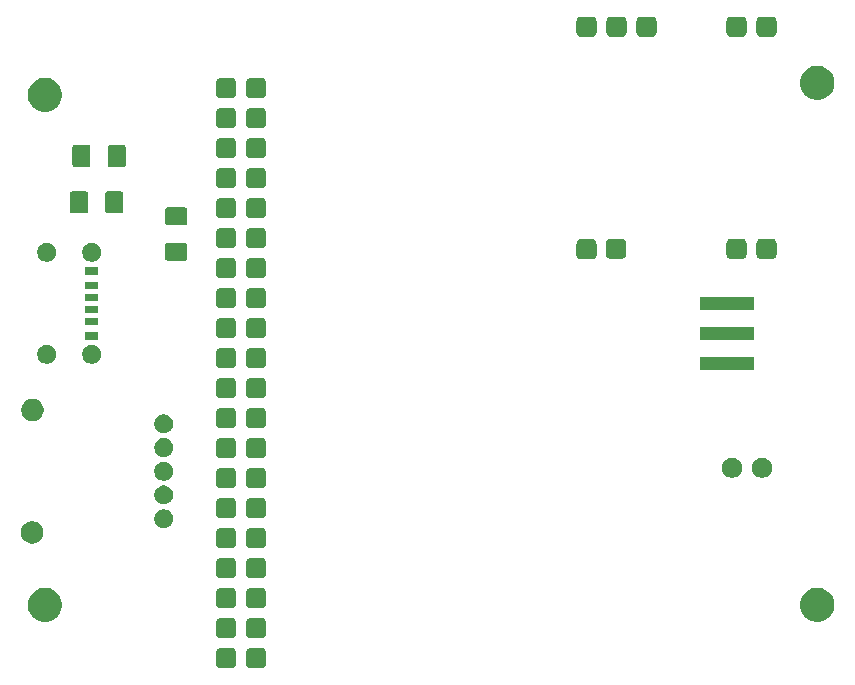
<source format=gbr>
G04 #@! TF.GenerationSoftware,KiCad,Pcbnew,5.0.2+dfsg1-1~bpo9+1*
G04 #@! TF.CreationDate,2020-07-27T21:19:22+01:00*
G04 #@! TF.ProjectId,gbc_outline_screen,6762635f-6f75-4746-9c69-6e655f736372,rev?*
G04 #@! TF.SameCoordinates,Original*
G04 #@! TF.FileFunction,Soldermask,Bot*
G04 #@! TF.FilePolarity,Negative*
%FSLAX46Y46*%
G04 Gerber Fmt 4.6, Leading zero omitted, Abs format (unit mm)*
G04 Created by KiCad (PCBNEW 5.0.2+dfsg1-1~bpo9+1) date Mon 27 Jul 2020 21:19:22 BST*
%MOMM*%
%LPD*%
G01*
G04 APERTURE LIST*
%ADD10C,0.100000*%
G04 APERTURE END LIST*
D10*
G36*
X134721498Y-109804048D02*
X134789484Y-109824671D01*
X134852137Y-109858160D01*
X134907052Y-109903228D01*
X134952120Y-109958143D01*
X134985609Y-110020796D01*
X135006232Y-110088782D01*
X135013800Y-110165620D01*
X135013800Y-111129340D01*
X135006232Y-111206178D01*
X134985609Y-111274164D01*
X134952120Y-111336817D01*
X134907052Y-111391732D01*
X134852137Y-111436800D01*
X134789484Y-111470289D01*
X134721498Y-111490912D01*
X134644660Y-111498480D01*
X133680940Y-111498480D01*
X133604102Y-111490912D01*
X133536116Y-111470289D01*
X133473463Y-111436800D01*
X133418548Y-111391732D01*
X133373480Y-111336817D01*
X133339991Y-111274164D01*
X133319368Y-111206178D01*
X133311800Y-111129340D01*
X133311800Y-110165620D01*
X133319368Y-110088782D01*
X133339991Y-110020796D01*
X133373480Y-109958143D01*
X133418548Y-109903228D01*
X133473463Y-109858160D01*
X133536116Y-109824671D01*
X133604102Y-109804048D01*
X133680940Y-109796480D01*
X134644660Y-109796480D01*
X134721498Y-109804048D01*
X134721498Y-109804048D01*
G37*
G36*
X132181498Y-109804048D02*
X132249484Y-109824671D01*
X132312137Y-109858160D01*
X132367052Y-109903228D01*
X132412120Y-109958143D01*
X132445609Y-110020796D01*
X132466232Y-110088782D01*
X132473800Y-110165620D01*
X132473800Y-111129340D01*
X132466232Y-111206178D01*
X132445609Y-111274164D01*
X132412120Y-111336817D01*
X132367052Y-111391732D01*
X132312137Y-111436800D01*
X132249484Y-111470289D01*
X132181498Y-111490912D01*
X132104660Y-111498480D01*
X131140940Y-111498480D01*
X131064102Y-111490912D01*
X130996116Y-111470289D01*
X130933463Y-111436800D01*
X130878548Y-111391732D01*
X130833480Y-111336817D01*
X130799991Y-111274164D01*
X130779368Y-111206178D01*
X130771800Y-111129340D01*
X130771800Y-110165620D01*
X130779368Y-110088782D01*
X130799991Y-110020796D01*
X130833480Y-109958143D01*
X130878548Y-109903228D01*
X130933463Y-109858160D01*
X130996116Y-109824671D01*
X131064102Y-109804048D01*
X131140940Y-109796480D01*
X132104660Y-109796480D01*
X132181498Y-109804048D01*
X132181498Y-109804048D01*
G37*
G36*
X132181498Y-107264048D02*
X132249484Y-107284671D01*
X132312137Y-107318160D01*
X132367052Y-107363228D01*
X132412120Y-107418143D01*
X132445609Y-107480796D01*
X132466232Y-107548782D01*
X132473800Y-107625620D01*
X132473800Y-108589340D01*
X132466232Y-108666178D01*
X132445609Y-108734164D01*
X132412120Y-108796817D01*
X132367052Y-108851732D01*
X132312137Y-108896800D01*
X132249484Y-108930289D01*
X132181498Y-108950912D01*
X132104660Y-108958480D01*
X131140940Y-108958480D01*
X131064102Y-108950912D01*
X130996116Y-108930289D01*
X130933463Y-108896800D01*
X130878548Y-108851732D01*
X130833480Y-108796817D01*
X130799991Y-108734164D01*
X130779368Y-108666178D01*
X130771800Y-108589340D01*
X130771800Y-107625620D01*
X130779368Y-107548782D01*
X130799991Y-107480796D01*
X130833480Y-107418143D01*
X130878548Y-107363228D01*
X130933463Y-107318160D01*
X130996116Y-107284671D01*
X131064102Y-107264048D01*
X131140940Y-107256480D01*
X132104660Y-107256480D01*
X132181498Y-107264048D01*
X132181498Y-107264048D01*
G37*
G36*
X134721498Y-107264048D02*
X134789484Y-107284671D01*
X134852137Y-107318160D01*
X134907052Y-107363228D01*
X134952120Y-107418143D01*
X134985609Y-107480796D01*
X135006232Y-107548782D01*
X135013800Y-107625620D01*
X135013800Y-108589340D01*
X135006232Y-108666178D01*
X134985609Y-108734164D01*
X134952120Y-108796817D01*
X134907052Y-108851732D01*
X134852137Y-108896800D01*
X134789484Y-108930289D01*
X134721498Y-108950912D01*
X134644660Y-108958480D01*
X133680940Y-108958480D01*
X133604102Y-108950912D01*
X133536116Y-108930289D01*
X133473463Y-108896800D01*
X133418548Y-108851732D01*
X133373480Y-108796817D01*
X133339991Y-108734164D01*
X133319368Y-108666178D01*
X133311800Y-108589340D01*
X133311800Y-107625620D01*
X133319368Y-107548782D01*
X133339991Y-107480796D01*
X133373480Y-107418143D01*
X133418548Y-107363228D01*
X133473463Y-107318160D01*
X133536116Y-107284671D01*
X133604102Y-107264048D01*
X133680940Y-107256480D01*
X134644660Y-107256480D01*
X134721498Y-107264048D01*
X134721498Y-107264048D01*
G37*
G36*
X116709518Y-104756440D02*
X116709520Y-104756441D01*
X116709521Y-104756441D01*
X116973586Y-104865820D01*
X117033098Y-104905585D01*
X117211242Y-105024617D01*
X117413343Y-105226718D01*
X117413345Y-105226721D01*
X117572140Y-105464374D01*
X117680467Y-105725899D01*
X117681520Y-105728442D01*
X117737280Y-106008768D01*
X117737280Y-106294592D01*
X117682025Y-106572381D01*
X117681519Y-106574921D01*
X117572140Y-106838986D01*
X117572139Y-106838987D01*
X117413343Y-107076642D01*
X117211242Y-107278743D01*
X117211239Y-107278745D01*
X116973586Y-107437540D01*
X116709521Y-107546919D01*
X116709520Y-107546919D01*
X116709518Y-107546920D01*
X116429192Y-107602680D01*
X116143368Y-107602680D01*
X115863042Y-107546920D01*
X115863040Y-107546919D01*
X115863039Y-107546919D01*
X115598974Y-107437540D01*
X115361321Y-107278745D01*
X115361318Y-107278743D01*
X115159217Y-107076642D01*
X115000421Y-106838987D01*
X115000420Y-106838986D01*
X114891041Y-106574921D01*
X114890536Y-106572381D01*
X114835280Y-106294592D01*
X114835280Y-106008768D01*
X114891040Y-105728442D01*
X114892093Y-105725899D01*
X115000420Y-105464374D01*
X115159215Y-105226721D01*
X115159217Y-105226718D01*
X115361318Y-105024617D01*
X115539462Y-104905585D01*
X115598974Y-104865820D01*
X115863039Y-104756441D01*
X115863040Y-104756441D01*
X115863042Y-104756440D01*
X116143368Y-104700680D01*
X116429192Y-104700680D01*
X116709518Y-104756440D01*
X116709518Y-104756440D01*
G37*
G36*
X182101818Y-104753900D02*
X182101820Y-104753901D01*
X182101821Y-104753901D01*
X182365886Y-104863280D01*
X182539294Y-104979148D01*
X182603542Y-105022077D01*
X182805643Y-105224178D01*
X182805645Y-105224181D01*
X182964440Y-105461834D01*
X182965492Y-105464374D01*
X183073820Y-105725902D01*
X183129580Y-106006228D01*
X183129580Y-106292052D01*
X183110040Y-106390289D01*
X183073819Y-106572381D01*
X182964440Y-106836446D01*
X182962742Y-106838987D01*
X182805643Y-107074102D01*
X182603542Y-107276203D01*
X182603539Y-107276205D01*
X182365886Y-107435000D01*
X182101821Y-107544379D01*
X182101820Y-107544379D01*
X182101818Y-107544380D01*
X181821492Y-107600140D01*
X181535668Y-107600140D01*
X181255342Y-107544380D01*
X181255340Y-107544379D01*
X181255339Y-107544379D01*
X180991274Y-107435000D01*
X180753621Y-107276205D01*
X180753618Y-107276203D01*
X180551517Y-107074102D01*
X180394418Y-106838987D01*
X180392720Y-106836446D01*
X180283341Y-106572381D01*
X180247121Y-106390289D01*
X180227580Y-106292052D01*
X180227580Y-106006228D01*
X180283340Y-105725902D01*
X180391668Y-105464374D01*
X180392720Y-105461834D01*
X180551515Y-105224181D01*
X180551517Y-105224178D01*
X180753618Y-105022077D01*
X180817866Y-104979148D01*
X180991274Y-104863280D01*
X181255339Y-104753901D01*
X181255340Y-104753901D01*
X181255342Y-104753900D01*
X181535668Y-104698140D01*
X181821492Y-104698140D01*
X182101818Y-104753900D01*
X182101818Y-104753900D01*
G37*
G36*
X134721498Y-104724048D02*
X134789484Y-104744671D01*
X134852137Y-104778160D01*
X134907052Y-104823228D01*
X134952120Y-104878143D01*
X134985609Y-104940796D01*
X135006232Y-105008782D01*
X135013800Y-105085620D01*
X135013800Y-106049340D01*
X135006232Y-106126178D01*
X134985609Y-106194164D01*
X134952120Y-106256817D01*
X134907052Y-106311732D01*
X134852137Y-106356800D01*
X134789484Y-106390289D01*
X134721498Y-106410912D01*
X134644660Y-106418480D01*
X133680940Y-106418480D01*
X133604102Y-106410912D01*
X133536116Y-106390289D01*
X133473463Y-106356800D01*
X133418548Y-106311732D01*
X133373480Y-106256817D01*
X133339991Y-106194164D01*
X133319368Y-106126178D01*
X133311800Y-106049340D01*
X133311800Y-105085620D01*
X133319368Y-105008782D01*
X133339991Y-104940796D01*
X133373480Y-104878143D01*
X133418548Y-104823228D01*
X133473463Y-104778160D01*
X133536116Y-104744671D01*
X133604102Y-104724048D01*
X133680940Y-104716480D01*
X134644660Y-104716480D01*
X134721498Y-104724048D01*
X134721498Y-104724048D01*
G37*
G36*
X132181498Y-104724048D02*
X132249484Y-104744671D01*
X132312137Y-104778160D01*
X132367052Y-104823228D01*
X132412120Y-104878143D01*
X132445609Y-104940796D01*
X132466232Y-105008782D01*
X132473800Y-105085620D01*
X132473800Y-106049340D01*
X132466232Y-106126178D01*
X132445609Y-106194164D01*
X132412120Y-106256817D01*
X132367052Y-106311732D01*
X132312137Y-106356800D01*
X132249484Y-106390289D01*
X132181498Y-106410912D01*
X132104660Y-106418480D01*
X131140940Y-106418480D01*
X131064102Y-106410912D01*
X130996116Y-106390289D01*
X130933463Y-106356800D01*
X130878548Y-106311732D01*
X130833480Y-106256817D01*
X130799991Y-106194164D01*
X130779368Y-106126178D01*
X130771800Y-106049340D01*
X130771800Y-105085620D01*
X130779368Y-105008782D01*
X130799991Y-104940796D01*
X130833480Y-104878143D01*
X130878548Y-104823228D01*
X130933463Y-104778160D01*
X130996116Y-104744671D01*
X131064102Y-104724048D01*
X131140940Y-104716480D01*
X132104660Y-104716480D01*
X132181498Y-104724048D01*
X132181498Y-104724048D01*
G37*
G36*
X132181498Y-102184048D02*
X132249484Y-102204671D01*
X132312137Y-102238160D01*
X132367052Y-102283228D01*
X132412120Y-102338143D01*
X132445609Y-102400796D01*
X132466232Y-102468782D01*
X132473800Y-102545620D01*
X132473800Y-103509340D01*
X132466232Y-103586178D01*
X132445609Y-103654164D01*
X132412120Y-103716817D01*
X132367052Y-103771732D01*
X132312137Y-103816800D01*
X132249484Y-103850289D01*
X132181498Y-103870912D01*
X132104660Y-103878480D01*
X131140940Y-103878480D01*
X131064102Y-103870912D01*
X130996116Y-103850289D01*
X130933463Y-103816800D01*
X130878548Y-103771732D01*
X130833480Y-103716817D01*
X130799991Y-103654164D01*
X130779368Y-103586178D01*
X130771800Y-103509340D01*
X130771800Y-102545620D01*
X130779368Y-102468782D01*
X130799991Y-102400796D01*
X130833480Y-102338143D01*
X130878548Y-102283228D01*
X130933463Y-102238160D01*
X130996116Y-102204671D01*
X131064102Y-102184048D01*
X131140940Y-102176480D01*
X132104660Y-102176480D01*
X132181498Y-102184048D01*
X132181498Y-102184048D01*
G37*
G36*
X134721498Y-102184048D02*
X134789484Y-102204671D01*
X134852137Y-102238160D01*
X134907052Y-102283228D01*
X134952120Y-102338143D01*
X134985609Y-102400796D01*
X135006232Y-102468782D01*
X135013800Y-102545620D01*
X135013800Y-103509340D01*
X135006232Y-103586178D01*
X134985609Y-103654164D01*
X134952120Y-103716817D01*
X134907052Y-103771732D01*
X134852137Y-103816800D01*
X134789484Y-103850289D01*
X134721498Y-103870912D01*
X134644660Y-103878480D01*
X133680940Y-103878480D01*
X133604102Y-103870912D01*
X133536116Y-103850289D01*
X133473463Y-103816800D01*
X133418548Y-103771732D01*
X133373480Y-103716817D01*
X133339991Y-103654164D01*
X133319368Y-103586178D01*
X133311800Y-103509340D01*
X133311800Y-102545620D01*
X133319368Y-102468782D01*
X133339991Y-102400796D01*
X133373480Y-102338143D01*
X133418548Y-102283228D01*
X133473463Y-102238160D01*
X133536116Y-102204671D01*
X133604102Y-102184048D01*
X133680940Y-102176480D01*
X134644660Y-102176480D01*
X134721498Y-102184048D01*
X134721498Y-102184048D01*
G37*
G36*
X134721498Y-99644048D02*
X134789484Y-99664671D01*
X134852137Y-99698160D01*
X134907052Y-99743228D01*
X134952120Y-99798143D01*
X134985609Y-99860796D01*
X135006232Y-99928782D01*
X135013800Y-100005620D01*
X135013800Y-100969340D01*
X135006232Y-101046178D01*
X134985609Y-101114164D01*
X134952120Y-101176817D01*
X134907052Y-101231732D01*
X134852137Y-101276800D01*
X134789484Y-101310289D01*
X134721498Y-101330912D01*
X134644660Y-101338480D01*
X133680940Y-101338480D01*
X133604102Y-101330912D01*
X133536116Y-101310289D01*
X133473463Y-101276800D01*
X133418548Y-101231732D01*
X133373480Y-101176817D01*
X133339991Y-101114164D01*
X133319368Y-101046178D01*
X133311800Y-100969340D01*
X133311800Y-100005620D01*
X133319368Y-99928782D01*
X133339991Y-99860796D01*
X133373480Y-99798143D01*
X133418548Y-99743228D01*
X133473463Y-99698160D01*
X133536116Y-99664671D01*
X133604102Y-99644048D01*
X133680940Y-99636480D01*
X134644660Y-99636480D01*
X134721498Y-99644048D01*
X134721498Y-99644048D01*
G37*
G36*
X132181498Y-99644048D02*
X132249484Y-99664671D01*
X132312137Y-99698160D01*
X132367052Y-99743228D01*
X132412120Y-99798143D01*
X132445609Y-99860796D01*
X132466232Y-99928782D01*
X132473800Y-100005620D01*
X132473800Y-100969340D01*
X132466232Y-101046178D01*
X132445609Y-101114164D01*
X132412120Y-101176817D01*
X132367052Y-101231732D01*
X132312137Y-101276800D01*
X132249484Y-101310289D01*
X132181498Y-101330912D01*
X132104660Y-101338480D01*
X131140940Y-101338480D01*
X131064102Y-101330912D01*
X130996116Y-101310289D01*
X130933463Y-101276800D01*
X130878548Y-101231732D01*
X130833480Y-101176817D01*
X130799991Y-101114164D01*
X130779368Y-101046178D01*
X130771800Y-100969340D01*
X130771800Y-100005620D01*
X130779368Y-99928782D01*
X130799991Y-99860796D01*
X130833480Y-99798143D01*
X130878548Y-99743228D01*
X130933463Y-99698160D01*
X130996116Y-99664671D01*
X131064102Y-99644048D01*
X131140940Y-99636480D01*
X132104660Y-99636480D01*
X132181498Y-99644048D01*
X132181498Y-99644048D01*
G37*
G36*
X115481636Y-99087886D02*
X115654706Y-99159574D01*
X115810470Y-99263652D01*
X115942928Y-99396110D01*
X116047006Y-99551874D01*
X116118694Y-99724944D01*
X116155240Y-99908673D01*
X116155240Y-100096007D01*
X116118694Y-100279736D01*
X116047006Y-100452806D01*
X115942928Y-100608570D01*
X115810470Y-100741028D01*
X115654706Y-100845106D01*
X115481636Y-100916794D01*
X115297907Y-100953340D01*
X115110573Y-100953340D01*
X114926844Y-100916794D01*
X114753774Y-100845106D01*
X114598010Y-100741028D01*
X114465552Y-100608570D01*
X114361474Y-100452806D01*
X114289786Y-100279736D01*
X114253240Y-100096007D01*
X114253240Y-99908673D01*
X114289786Y-99724944D01*
X114361474Y-99551874D01*
X114465552Y-99396110D01*
X114598010Y-99263652D01*
X114753774Y-99159574D01*
X114926844Y-99087886D01*
X115110573Y-99051340D01*
X115297907Y-99051340D01*
X115481636Y-99087886D01*
X115481636Y-99087886D01*
G37*
G36*
X126563083Y-98076421D02*
X126708855Y-98136802D01*
X126840051Y-98224464D01*
X126951616Y-98336029D01*
X127039278Y-98467225D01*
X127099659Y-98612997D01*
X127130440Y-98767747D01*
X127130440Y-98925533D01*
X127099659Y-99080283D01*
X127039278Y-99226055D01*
X126951616Y-99357251D01*
X126840051Y-99468816D01*
X126708855Y-99556478D01*
X126563083Y-99616859D01*
X126408333Y-99647640D01*
X126250547Y-99647640D01*
X126095797Y-99616859D01*
X125950025Y-99556478D01*
X125818829Y-99468816D01*
X125707264Y-99357251D01*
X125619602Y-99226055D01*
X125559221Y-99080283D01*
X125528440Y-98925533D01*
X125528440Y-98767747D01*
X125559221Y-98612997D01*
X125619602Y-98467225D01*
X125707264Y-98336029D01*
X125818829Y-98224464D01*
X125950025Y-98136802D01*
X126095797Y-98076421D01*
X126250547Y-98045640D01*
X126408333Y-98045640D01*
X126563083Y-98076421D01*
X126563083Y-98076421D01*
G37*
G36*
X134721498Y-97104048D02*
X134789484Y-97124671D01*
X134852137Y-97158160D01*
X134907052Y-97203228D01*
X134952120Y-97258143D01*
X134985609Y-97320796D01*
X135006232Y-97388782D01*
X135013800Y-97465620D01*
X135013800Y-98429340D01*
X135006232Y-98506178D01*
X134985609Y-98574164D01*
X134952120Y-98636817D01*
X134907052Y-98691732D01*
X134852137Y-98736800D01*
X134789484Y-98770289D01*
X134721498Y-98790912D01*
X134644660Y-98798480D01*
X133680940Y-98798480D01*
X133604102Y-98790912D01*
X133536116Y-98770289D01*
X133473463Y-98736800D01*
X133418548Y-98691732D01*
X133373480Y-98636817D01*
X133339991Y-98574164D01*
X133319368Y-98506178D01*
X133311800Y-98429340D01*
X133311800Y-97465620D01*
X133319368Y-97388782D01*
X133339991Y-97320796D01*
X133373480Y-97258143D01*
X133418548Y-97203228D01*
X133473463Y-97158160D01*
X133536116Y-97124671D01*
X133604102Y-97104048D01*
X133680940Y-97096480D01*
X134644660Y-97096480D01*
X134721498Y-97104048D01*
X134721498Y-97104048D01*
G37*
G36*
X132181498Y-97104048D02*
X132249484Y-97124671D01*
X132312137Y-97158160D01*
X132367052Y-97203228D01*
X132412120Y-97258143D01*
X132445609Y-97320796D01*
X132466232Y-97388782D01*
X132473800Y-97465620D01*
X132473800Y-98429340D01*
X132466232Y-98506178D01*
X132445609Y-98574164D01*
X132412120Y-98636817D01*
X132367052Y-98691732D01*
X132312137Y-98736800D01*
X132249484Y-98770289D01*
X132181498Y-98790912D01*
X132104660Y-98798480D01*
X131140940Y-98798480D01*
X131064102Y-98790912D01*
X130996116Y-98770289D01*
X130933463Y-98736800D01*
X130878548Y-98691732D01*
X130833480Y-98636817D01*
X130799991Y-98574164D01*
X130779368Y-98506178D01*
X130771800Y-98429340D01*
X130771800Y-97465620D01*
X130779368Y-97388782D01*
X130799991Y-97320796D01*
X130833480Y-97258143D01*
X130878548Y-97203228D01*
X130933463Y-97158160D01*
X130996116Y-97124671D01*
X131064102Y-97104048D01*
X131140940Y-97096480D01*
X132104660Y-97096480D01*
X132181498Y-97104048D01*
X132181498Y-97104048D01*
G37*
G36*
X126563083Y-96069821D02*
X126708855Y-96130202D01*
X126840051Y-96217864D01*
X126951616Y-96329429D01*
X127039278Y-96460625D01*
X127099659Y-96606397D01*
X127130440Y-96761147D01*
X127130440Y-96918933D01*
X127099659Y-97073683D01*
X127039278Y-97219455D01*
X126951616Y-97350651D01*
X126840051Y-97462216D01*
X126708855Y-97549878D01*
X126563083Y-97610259D01*
X126408333Y-97641040D01*
X126250547Y-97641040D01*
X126095797Y-97610259D01*
X125950025Y-97549878D01*
X125818829Y-97462216D01*
X125707264Y-97350651D01*
X125619602Y-97219455D01*
X125559221Y-97073683D01*
X125528440Y-96918933D01*
X125528440Y-96761147D01*
X125559221Y-96606397D01*
X125619602Y-96460625D01*
X125707264Y-96329429D01*
X125818829Y-96217864D01*
X125950025Y-96130202D01*
X126095797Y-96069821D01*
X126250547Y-96039040D01*
X126408333Y-96039040D01*
X126563083Y-96069821D01*
X126563083Y-96069821D01*
G37*
G36*
X132181498Y-94564048D02*
X132249484Y-94584671D01*
X132312137Y-94618160D01*
X132367052Y-94663228D01*
X132412120Y-94718143D01*
X132445609Y-94780796D01*
X132466232Y-94848782D01*
X132473800Y-94925620D01*
X132473800Y-95889340D01*
X132466232Y-95966178D01*
X132445609Y-96034164D01*
X132412120Y-96096817D01*
X132367052Y-96151732D01*
X132312137Y-96196800D01*
X132249484Y-96230289D01*
X132181498Y-96250912D01*
X132104660Y-96258480D01*
X131140940Y-96258480D01*
X131064102Y-96250912D01*
X130996116Y-96230289D01*
X130933463Y-96196800D01*
X130878548Y-96151732D01*
X130833480Y-96096817D01*
X130799991Y-96034164D01*
X130779368Y-95966178D01*
X130771800Y-95889340D01*
X130771800Y-94925620D01*
X130779368Y-94848782D01*
X130799991Y-94780796D01*
X130833480Y-94718143D01*
X130878548Y-94663228D01*
X130933463Y-94618160D01*
X130996116Y-94584671D01*
X131064102Y-94564048D01*
X131140940Y-94556480D01*
X132104660Y-94556480D01*
X132181498Y-94564048D01*
X132181498Y-94564048D01*
G37*
G36*
X134721498Y-94564048D02*
X134789484Y-94584671D01*
X134852137Y-94618160D01*
X134907052Y-94663228D01*
X134952120Y-94718143D01*
X134985609Y-94780796D01*
X135006232Y-94848782D01*
X135013800Y-94925620D01*
X135013800Y-95889340D01*
X135006232Y-95966178D01*
X134985609Y-96034164D01*
X134952120Y-96096817D01*
X134907052Y-96151732D01*
X134852137Y-96196800D01*
X134789484Y-96230289D01*
X134721498Y-96250912D01*
X134644660Y-96258480D01*
X133680940Y-96258480D01*
X133604102Y-96250912D01*
X133536116Y-96230289D01*
X133473463Y-96196800D01*
X133418548Y-96151732D01*
X133373480Y-96096817D01*
X133339991Y-96034164D01*
X133319368Y-95966178D01*
X133311800Y-95889340D01*
X133311800Y-94925620D01*
X133319368Y-94848782D01*
X133339991Y-94780796D01*
X133373480Y-94718143D01*
X133418548Y-94663228D01*
X133473463Y-94618160D01*
X133536116Y-94584671D01*
X133604102Y-94564048D01*
X133680940Y-94556480D01*
X134644660Y-94556480D01*
X134721498Y-94564048D01*
X134721498Y-94564048D01*
G37*
G36*
X126563083Y-94063221D02*
X126708855Y-94123602D01*
X126840051Y-94211264D01*
X126951616Y-94322829D01*
X127039278Y-94454025D01*
X127099659Y-94599797D01*
X127130440Y-94754547D01*
X127130440Y-94912333D01*
X127099659Y-95067083D01*
X127039278Y-95212855D01*
X126951616Y-95344051D01*
X126840051Y-95455616D01*
X126708855Y-95543278D01*
X126563083Y-95603659D01*
X126408333Y-95634440D01*
X126250547Y-95634440D01*
X126095797Y-95603659D01*
X125950025Y-95543278D01*
X125818829Y-95455616D01*
X125707264Y-95344051D01*
X125619602Y-95212855D01*
X125559221Y-95067083D01*
X125528440Y-94912333D01*
X125528440Y-94754547D01*
X125559221Y-94599797D01*
X125619602Y-94454025D01*
X125707264Y-94322829D01*
X125818829Y-94211264D01*
X125950025Y-94123602D01*
X126095797Y-94063221D01*
X126250547Y-94032440D01*
X126408333Y-94032440D01*
X126563083Y-94063221D01*
X126563083Y-94063221D01*
G37*
G36*
X177245588Y-93720503D02*
X177400460Y-93784653D01*
X177539841Y-93877785D01*
X177658375Y-93996319D01*
X177751507Y-94135700D01*
X177815657Y-94290572D01*
X177848360Y-94454984D01*
X177848360Y-94622616D01*
X177815657Y-94787028D01*
X177751507Y-94941900D01*
X177658375Y-95081281D01*
X177539841Y-95199815D01*
X177400460Y-95292947D01*
X177245588Y-95357097D01*
X177081176Y-95389800D01*
X176913544Y-95389800D01*
X176749132Y-95357097D01*
X176594260Y-95292947D01*
X176454879Y-95199815D01*
X176336345Y-95081281D01*
X176243213Y-94941900D01*
X176179063Y-94787028D01*
X176146360Y-94622616D01*
X176146360Y-94454984D01*
X176179063Y-94290572D01*
X176243213Y-94135700D01*
X176336345Y-93996319D01*
X176454879Y-93877785D01*
X176594260Y-93784653D01*
X176749132Y-93720503D01*
X176913544Y-93687800D01*
X177081176Y-93687800D01*
X177245588Y-93720503D01*
X177245588Y-93720503D01*
G37*
G36*
X174705588Y-93720503D02*
X174860460Y-93784653D01*
X174999841Y-93877785D01*
X175118375Y-93996319D01*
X175211507Y-94135700D01*
X175275657Y-94290572D01*
X175308360Y-94454984D01*
X175308360Y-94622616D01*
X175275657Y-94787028D01*
X175211507Y-94941900D01*
X175118375Y-95081281D01*
X174999841Y-95199815D01*
X174860460Y-95292947D01*
X174705588Y-95357097D01*
X174541176Y-95389800D01*
X174373544Y-95389800D01*
X174209132Y-95357097D01*
X174054260Y-95292947D01*
X173914879Y-95199815D01*
X173796345Y-95081281D01*
X173703213Y-94941900D01*
X173639063Y-94787028D01*
X173606360Y-94622616D01*
X173606360Y-94454984D01*
X173639063Y-94290572D01*
X173703213Y-94135700D01*
X173796345Y-93996319D01*
X173914879Y-93877785D01*
X174054260Y-93784653D01*
X174209132Y-93720503D01*
X174373544Y-93687800D01*
X174541176Y-93687800D01*
X174705588Y-93720503D01*
X174705588Y-93720503D01*
G37*
G36*
X132181498Y-92024048D02*
X132249484Y-92044671D01*
X132312137Y-92078160D01*
X132367052Y-92123228D01*
X132412120Y-92178143D01*
X132445609Y-92240796D01*
X132466232Y-92308782D01*
X132473800Y-92385620D01*
X132473800Y-93349340D01*
X132466232Y-93426178D01*
X132445609Y-93494164D01*
X132412120Y-93556817D01*
X132367052Y-93611732D01*
X132312137Y-93656800D01*
X132249484Y-93690289D01*
X132181498Y-93710912D01*
X132104660Y-93718480D01*
X131140940Y-93718480D01*
X131064102Y-93710912D01*
X130996116Y-93690289D01*
X130933463Y-93656800D01*
X130878548Y-93611732D01*
X130833480Y-93556817D01*
X130799991Y-93494164D01*
X130779368Y-93426178D01*
X130771800Y-93349340D01*
X130771800Y-92385620D01*
X130779368Y-92308782D01*
X130799991Y-92240796D01*
X130833480Y-92178143D01*
X130878548Y-92123228D01*
X130933463Y-92078160D01*
X130996116Y-92044671D01*
X131064102Y-92024048D01*
X131140940Y-92016480D01*
X132104660Y-92016480D01*
X132181498Y-92024048D01*
X132181498Y-92024048D01*
G37*
G36*
X134721498Y-92024048D02*
X134789484Y-92044671D01*
X134852137Y-92078160D01*
X134907052Y-92123228D01*
X134952120Y-92178143D01*
X134985609Y-92240796D01*
X135006232Y-92308782D01*
X135013800Y-92385620D01*
X135013800Y-93349340D01*
X135006232Y-93426178D01*
X134985609Y-93494164D01*
X134952120Y-93556817D01*
X134907052Y-93611732D01*
X134852137Y-93656800D01*
X134789484Y-93690289D01*
X134721498Y-93710912D01*
X134644660Y-93718480D01*
X133680940Y-93718480D01*
X133604102Y-93710912D01*
X133536116Y-93690289D01*
X133473463Y-93656800D01*
X133418548Y-93611732D01*
X133373480Y-93556817D01*
X133339991Y-93494164D01*
X133319368Y-93426178D01*
X133311800Y-93349340D01*
X133311800Y-92385620D01*
X133319368Y-92308782D01*
X133339991Y-92240796D01*
X133373480Y-92178143D01*
X133418548Y-92123228D01*
X133473463Y-92078160D01*
X133536116Y-92044671D01*
X133604102Y-92024048D01*
X133680940Y-92016480D01*
X134644660Y-92016480D01*
X134721498Y-92024048D01*
X134721498Y-92024048D01*
G37*
G36*
X126563083Y-92056621D02*
X126708855Y-92117002D01*
X126840051Y-92204664D01*
X126951616Y-92316229D01*
X127039278Y-92447425D01*
X127099659Y-92593197D01*
X127130440Y-92747947D01*
X127130440Y-92905733D01*
X127099659Y-93060483D01*
X127039278Y-93206255D01*
X126951616Y-93337451D01*
X126840051Y-93449016D01*
X126708855Y-93536678D01*
X126563083Y-93597059D01*
X126408333Y-93627840D01*
X126250547Y-93627840D01*
X126095797Y-93597059D01*
X125950025Y-93536678D01*
X125818829Y-93449016D01*
X125707264Y-93337451D01*
X125619602Y-93206255D01*
X125559221Y-93060483D01*
X125528440Y-92905733D01*
X125528440Y-92747947D01*
X125559221Y-92593197D01*
X125619602Y-92447425D01*
X125707264Y-92316229D01*
X125818829Y-92204664D01*
X125950025Y-92117002D01*
X126095797Y-92056621D01*
X126250547Y-92025840D01*
X126408333Y-92025840D01*
X126563083Y-92056621D01*
X126563083Y-92056621D01*
G37*
G36*
X126563083Y-90050021D02*
X126708855Y-90110402D01*
X126840051Y-90198064D01*
X126951616Y-90309629D01*
X127039278Y-90440825D01*
X127099659Y-90586597D01*
X127130440Y-90741347D01*
X127130440Y-90899133D01*
X127099659Y-91053883D01*
X127039278Y-91199655D01*
X126951616Y-91330851D01*
X126840051Y-91442416D01*
X126708855Y-91530078D01*
X126563083Y-91590459D01*
X126408333Y-91621240D01*
X126250547Y-91621240D01*
X126095797Y-91590459D01*
X125950025Y-91530078D01*
X125818829Y-91442416D01*
X125707264Y-91330851D01*
X125619602Y-91199655D01*
X125559221Y-91053883D01*
X125528440Y-90899133D01*
X125528440Y-90741347D01*
X125559221Y-90586597D01*
X125619602Y-90440825D01*
X125707264Y-90309629D01*
X125818829Y-90198064D01*
X125950025Y-90110402D01*
X126095797Y-90050021D01*
X126250547Y-90019240D01*
X126408333Y-90019240D01*
X126563083Y-90050021D01*
X126563083Y-90050021D01*
G37*
G36*
X134721498Y-89484048D02*
X134789484Y-89504671D01*
X134852137Y-89538160D01*
X134907052Y-89583228D01*
X134952120Y-89638143D01*
X134985609Y-89700796D01*
X135006232Y-89768782D01*
X135013800Y-89845620D01*
X135013800Y-90809340D01*
X135006232Y-90886178D01*
X134985609Y-90954164D01*
X134952120Y-91016817D01*
X134907052Y-91071732D01*
X134852137Y-91116800D01*
X134789484Y-91150289D01*
X134721498Y-91170912D01*
X134644660Y-91178480D01*
X133680940Y-91178480D01*
X133604102Y-91170912D01*
X133536116Y-91150289D01*
X133473463Y-91116800D01*
X133418548Y-91071732D01*
X133373480Y-91016817D01*
X133339991Y-90954164D01*
X133319368Y-90886178D01*
X133311800Y-90809340D01*
X133311800Y-89845620D01*
X133319368Y-89768782D01*
X133339991Y-89700796D01*
X133373480Y-89638143D01*
X133418548Y-89583228D01*
X133473463Y-89538160D01*
X133536116Y-89504671D01*
X133604102Y-89484048D01*
X133680940Y-89476480D01*
X134644660Y-89476480D01*
X134721498Y-89484048D01*
X134721498Y-89484048D01*
G37*
G36*
X132181498Y-89484048D02*
X132249484Y-89504671D01*
X132312137Y-89538160D01*
X132367052Y-89583228D01*
X132412120Y-89638143D01*
X132445609Y-89700796D01*
X132466232Y-89768782D01*
X132473800Y-89845620D01*
X132473800Y-90809340D01*
X132466232Y-90886178D01*
X132445609Y-90954164D01*
X132412120Y-91016817D01*
X132367052Y-91071732D01*
X132312137Y-91116800D01*
X132249484Y-91150289D01*
X132181498Y-91170912D01*
X132104660Y-91178480D01*
X131140940Y-91178480D01*
X131064102Y-91170912D01*
X130996116Y-91150289D01*
X130933463Y-91116800D01*
X130878548Y-91071732D01*
X130833480Y-91016817D01*
X130799991Y-90954164D01*
X130779368Y-90886178D01*
X130771800Y-90809340D01*
X130771800Y-89845620D01*
X130779368Y-89768782D01*
X130799991Y-89700796D01*
X130833480Y-89638143D01*
X130878548Y-89583228D01*
X130933463Y-89538160D01*
X130996116Y-89504671D01*
X131064102Y-89484048D01*
X131140940Y-89476480D01*
X132104660Y-89476480D01*
X132181498Y-89484048D01*
X132181498Y-89484048D01*
G37*
G36*
X115494336Y-88750086D02*
X115667406Y-88821774D01*
X115823170Y-88925852D01*
X115955628Y-89058310D01*
X116059706Y-89214074D01*
X116131394Y-89387144D01*
X116167940Y-89570873D01*
X116167940Y-89758207D01*
X116131394Y-89941936D01*
X116059706Y-90115006D01*
X115955628Y-90270770D01*
X115823170Y-90403228D01*
X115667406Y-90507306D01*
X115494336Y-90578994D01*
X115310607Y-90615540D01*
X115123273Y-90615540D01*
X114939544Y-90578994D01*
X114766474Y-90507306D01*
X114610710Y-90403228D01*
X114478252Y-90270770D01*
X114374174Y-90115006D01*
X114302486Y-89941936D01*
X114265940Y-89758207D01*
X114265940Y-89570873D01*
X114302486Y-89387144D01*
X114374174Y-89214074D01*
X114478252Y-89058310D01*
X114610710Y-88925852D01*
X114766474Y-88821774D01*
X114939544Y-88750086D01*
X115123273Y-88713540D01*
X115310607Y-88713540D01*
X115494336Y-88750086D01*
X115494336Y-88750086D01*
G37*
G36*
X134721498Y-86944048D02*
X134789484Y-86964671D01*
X134852137Y-86998160D01*
X134907052Y-87043228D01*
X134952120Y-87098143D01*
X134985609Y-87160796D01*
X135006232Y-87228782D01*
X135013800Y-87305620D01*
X135013800Y-88269340D01*
X135006232Y-88346178D01*
X134985609Y-88414164D01*
X134952120Y-88476817D01*
X134907052Y-88531732D01*
X134852137Y-88576800D01*
X134789484Y-88610289D01*
X134721498Y-88630912D01*
X134644660Y-88638480D01*
X133680940Y-88638480D01*
X133604102Y-88630912D01*
X133536116Y-88610289D01*
X133473463Y-88576800D01*
X133418548Y-88531732D01*
X133373480Y-88476817D01*
X133339991Y-88414164D01*
X133319368Y-88346178D01*
X133311800Y-88269340D01*
X133311800Y-87305620D01*
X133319368Y-87228782D01*
X133339991Y-87160796D01*
X133373480Y-87098143D01*
X133418548Y-87043228D01*
X133473463Y-86998160D01*
X133536116Y-86964671D01*
X133604102Y-86944048D01*
X133680940Y-86936480D01*
X134644660Y-86936480D01*
X134721498Y-86944048D01*
X134721498Y-86944048D01*
G37*
G36*
X132181498Y-86944048D02*
X132249484Y-86964671D01*
X132312137Y-86998160D01*
X132367052Y-87043228D01*
X132412120Y-87098143D01*
X132445609Y-87160796D01*
X132466232Y-87228782D01*
X132473800Y-87305620D01*
X132473800Y-88269340D01*
X132466232Y-88346178D01*
X132445609Y-88414164D01*
X132412120Y-88476817D01*
X132367052Y-88531732D01*
X132312137Y-88576800D01*
X132249484Y-88610289D01*
X132181498Y-88630912D01*
X132104660Y-88638480D01*
X131140940Y-88638480D01*
X131064102Y-88630912D01*
X130996116Y-88610289D01*
X130933463Y-88576800D01*
X130878548Y-88531732D01*
X130833480Y-88476817D01*
X130799991Y-88414164D01*
X130779368Y-88346178D01*
X130771800Y-88269340D01*
X130771800Y-87305620D01*
X130779368Y-87228782D01*
X130799991Y-87160796D01*
X130833480Y-87098143D01*
X130878548Y-87043228D01*
X130933463Y-86998160D01*
X130996116Y-86964671D01*
X131064102Y-86944048D01*
X131140940Y-86936480D01*
X132104660Y-86936480D01*
X132181498Y-86944048D01*
X132181498Y-86944048D01*
G37*
G36*
X176341800Y-86230280D02*
X171739800Y-86230280D01*
X171739800Y-85128280D01*
X176341800Y-85128280D01*
X176341800Y-86230280D01*
X176341800Y-86230280D01*
G37*
G36*
X134721498Y-84404048D02*
X134789484Y-84424671D01*
X134852137Y-84458160D01*
X134907052Y-84503228D01*
X134952120Y-84558143D01*
X134985609Y-84620796D01*
X135006232Y-84688782D01*
X135013800Y-84765620D01*
X135013800Y-85729340D01*
X135006232Y-85806178D01*
X134985609Y-85874164D01*
X134952120Y-85936817D01*
X134907052Y-85991732D01*
X134852137Y-86036800D01*
X134789484Y-86070289D01*
X134721498Y-86090912D01*
X134644660Y-86098480D01*
X133680940Y-86098480D01*
X133604102Y-86090912D01*
X133536116Y-86070289D01*
X133473463Y-86036800D01*
X133418548Y-85991732D01*
X133373480Y-85936817D01*
X133339991Y-85874164D01*
X133319368Y-85806178D01*
X133311800Y-85729340D01*
X133311800Y-84765620D01*
X133319368Y-84688782D01*
X133339991Y-84620796D01*
X133373480Y-84558143D01*
X133418548Y-84503228D01*
X133473463Y-84458160D01*
X133536116Y-84424671D01*
X133604102Y-84404048D01*
X133680940Y-84396480D01*
X134644660Y-84396480D01*
X134721498Y-84404048D01*
X134721498Y-84404048D01*
G37*
G36*
X132181498Y-84404048D02*
X132249484Y-84424671D01*
X132312137Y-84458160D01*
X132367052Y-84503228D01*
X132412120Y-84558143D01*
X132445609Y-84620796D01*
X132466232Y-84688782D01*
X132473800Y-84765620D01*
X132473800Y-85729340D01*
X132466232Y-85806178D01*
X132445609Y-85874164D01*
X132412120Y-85936817D01*
X132367052Y-85991732D01*
X132312137Y-86036800D01*
X132249484Y-86070289D01*
X132181498Y-86090912D01*
X132104660Y-86098480D01*
X131140940Y-86098480D01*
X131064102Y-86090912D01*
X130996116Y-86070289D01*
X130933463Y-86036800D01*
X130878548Y-85991732D01*
X130833480Y-85936817D01*
X130799991Y-85874164D01*
X130779368Y-85806178D01*
X130771800Y-85729340D01*
X130771800Y-84765620D01*
X130779368Y-84688782D01*
X130799991Y-84620796D01*
X130833480Y-84558143D01*
X130878548Y-84503228D01*
X130933463Y-84458160D01*
X130996116Y-84424671D01*
X131064102Y-84404048D01*
X131140940Y-84396480D01*
X132104660Y-84396480D01*
X132181498Y-84404048D01*
X132181498Y-84404048D01*
G37*
G36*
X116669783Y-84157221D02*
X116815555Y-84217602D01*
X116946751Y-84305264D01*
X117058316Y-84416829D01*
X117145978Y-84548025D01*
X117206359Y-84693797D01*
X117237140Y-84848547D01*
X117237140Y-85006333D01*
X117206359Y-85161083D01*
X117145978Y-85306855D01*
X117058316Y-85438051D01*
X116946751Y-85549616D01*
X116815555Y-85637278D01*
X116669783Y-85697659D01*
X116515033Y-85728440D01*
X116357247Y-85728440D01*
X116202497Y-85697659D01*
X116056725Y-85637278D01*
X115925529Y-85549616D01*
X115813964Y-85438051D01*
X115726302Y-85306855D01*
X115665921Y-85161083D01*
X115635140Y-85006333D01*
X115635140Y-84848547D01*
X115665921Y-84693797D01*
X115726302Y-84548025D01*
X115813964Y-84416829D01*
X115925529Y-84305264D01*
X116056725Y-84217602D01*
X116202497Y-84157221D01*
X116357247Y-84126440D01*
X116515033Y-84126440D01*
X116669783Y-84157221D01*
X116669783Y-84157221D01*
G37*
G36*
X120467083Y-84157221D02*
X120612855Y-84217602D01*
X120744051Y-84305264D01*
X120855616Y-84416829D01*
X120943278Y-84548025D01*
X121003659Y-84693797D01*
X121034440Y-84848547D01*
X121034440Y-85006333D01*
X121003659Y-85161083D01*
X120943278Y-85306855D01*
X120855616Y-85438051D01*
X120744051Y-85549616D01*
X120612855Y-85637278D01*
X120467083Y-85697659D01*
X120312333Y-85728440D01*
X120154547Y-85728440D01*
X119999797Y-85697659D01*
X119854025Y-85637278D01*
X119722829Y-85549616D01*
X119611264Y-85438051D01*
X119523602Y-85306855D01*
X119463221Y-85161083D01*
X119432440Y-85006333D01*
X119432440Y-84848547D01*
X119463221Y-84693797D01*
X119523602Y-84548025D01*
X119611264Y-84416829D01*
X119722829Y-84305264D01*
X119854025Y-84217602D01*
X119999797Y-84157221D01*
X120154547Y-84126440D01*
X120312333Y-84126440D01*
X120467083Y-84157221D01*
X120467083Y-84157221D01*
G37*
G36*
X120784440Y-83716340D02*
X119682440Y-83716340D01*
X119682440Y-83014340D01*
X120784440Y-83014340D01*
X120784440Y-83716340D01*
X120784440Y-83716340D01*
G37*
G36*
X176341800Y-83690280D02*
X171739800Y-83690280D01*
X171739800Y-82588280D01*
X176341800Y-82588280D01*
X176341800Y-83690280D01*
X176341800Y-83690280D01*
G37*
G36*
X132181498Y-81864048D02*
X132249484Y-81884671D01*
X132312137Y-81918160D01*
X132367052Y-81963228D01*
X132412120Y-82018143D01*
X132445609Y-82080796D01*
X132466232Y-82148782D01*
X132473800Y-82225620D01*
X132473800Y-83189340D01*
X132466232Y-83266178D01*
X132445609Y-83334164D01*
X132412120Y-83396817D01*
X132367052Y-83451732D01*
X132312137Y-83496800D01*
X132249484Y-83530289D01*
X132181498Y-83550912D01*
X132104660Y-83558480D01*
X131140940Y-83558480D01*
X131064102Y-83550912D01*
X130996116Y-83530289D01*
X130933463Y-83496800D01*
X130878548Y-83451732D01*
X130833480Y-83396817D01*
X130799991Y-83334164D01*
X130779368Y-83266178D01*
X130771800Y-83189340D01*
X130771800Y-82225620D01*
X130779368Y-82148782D01*
X130799991Y-82080796D01*
X130833480Y-82018143D01*
X130878548Y-81963228D01*
X130933463Y-81918160D01*
X130996116Y-81884671D01*
X131064102Y-81864048D01*
X131140940Y-81856480D01*
X132104660Y-81856480D01*
X132181498Y-81864048D01*
X132181498Y-81864048D01*
G37*
G36*
X134721498Y-81864048D02*
X134789484Y-81884671D01*
X134852137Y-81918160D01*
X134907052Y-81963228D01*
X134952120Y-82018143D01*
X134985609Y-82080796D01*
X135006232Y-82148782D01*
X135013800Y-82225620D01*
X135013800Y-83189340D01*
X135006232Y-83266178D01*
X134985609Y-83334164D01*
X134952120Y-83396817D01*
X134907052Y-83451732D01*
X134852137Y-83496800D01*
X134789484Y-83530289D01*
X134721498Y-83550912D01*
X134644660Y-83558480D01*
X133680940Y-83558480D01*
X133604102Y-83550912D01*
X133536116Y-83530289D01*
X133473463Y-83496800D01*
X133418548Y-83451732D01*
X133373480Y-83396817D01*
X133339991Y-83334164D01*
X133319368Y-83266178D01*
X133311800Y-83189340D01*
X133311800Y-82225620D01*
X133319368Y-82148782D01*
X133339991Y-82080796D01*
X133373480Y-82018143D01*
X133418548Y-81963228D01*
X133473463Y-81918160D01*
X133536116Y-81884671D01*
X133604102Y-81864048D01*
X133680940Y-81856480D01*
X134644660Y-81856480D01*
X134721498Y-81864048D01*
X134721498Y-81864048D01*
G37*
G36*
X120784440Y-82444440D02*
X119682440Y-82444440D01*
X119682440Y-81822440D01*
X120784440Y-81822440D01*
X120784440Y-82444440D01*
X120784440Y-82444440D01*
G37*
G36*
X120784440Y-81428440D02*
X119682440Y-81428440D01*
X119682440Y-80806440D01*
X120784440Y-80806440D01*
X120784440Y-81428440D01*
X120784440Y-81428440D01*
G37*
G36*
X176341800Y-81150280D02*
X171739800Y-81150280D01*
X171739800Y-80048280D01*
X176341800Y-80048280D01*
X176341800Y-81150280D01*
X176341800Y-81150280D01*
G37*
G36*
X132181498Y-79324048D02*
X132249484Y-79344671D01*
X132312137Y-79378160D01*
X132367052Y-79423228D01*
X132412120Y-79478143D01*
X132445609Y-79540796D01*
X132466232Y-79608782D01*
X132473800Y-79685620D01*
X132473800Y-80649340D01*
X132466232Y-80726178D01*
X132445609Y-80794164D01*
X132412120Y-80856817D01*
X132367052Y-80911732D01*
X132312137Y-80956800D01*
X132249484Y-80990289D01*
X132181498Y-81010912D01*
X132104660Y-81018480D01*
X131140940Y-81018480D01*
X131064102Y-81010912D01*
X130996116Y-80990289D01*
X130933463Y-80956800D01*
X130878548Y-80911732D01*
X130833480Y-80856817D01*
X130799991Y-80794164D01*
X130779368Y-80726178D01*
X130771800Y-80649340D01*
X130771800Y-79685620D01*
X130779368Y-79608782D01*
X130799991Y-79540796D01*
X130833480Y-79478143D01*
X130878548Y-79423228D01*
X130933463Y-79378160D01*
X130996116Y-79344671D01*
X131064102Y-79324048D01*
X131140940Y-79316480D01*
X132104660Y-79316480D01*
X132181498Y-79324048D01*
X132181498Y-79324048D01*
G37*
G36*
X134721498Y-79324048D02*
X134789484Y-79344671D01*
X134852137Y-79378160D01*
X134907052Y-79423228D01*
X134952120Y-79478143D01*
X134985609Y-79540796D01*
X135006232Y-79608782D01*
X135013800Y-79685620D01*
X135013800Y-80649340D01*
X135006232Y-80726178D01*
X134985609Y-80794164D01*
X134952120Y-80856817D01*
X134907052Y-80911732D01*
X134852137Y-80956800D01*
X134789484Y-80990289D01*
X134721498Y-81010912D01*
X134644660Y-81018480D01*
X133680940Y-81018480D01*
X133604102Y-81010912D01*
X133536116Y-80990289D01*
X133473463Y-80956800D01*
X133418548Y-80911732D01*
X133373480Y-80856817D01*
X133339991Y-80794164D01*
X133319368Y-80726178D01*
X133311800Y-80649340D01*
X133311800Y-79685620D01*
X133319368Y-79608782D01*
X133339991Y-79540796D01*
X133373480Y-79478143D01*
X133418548Y-79423228D01*
X133473463Y-79378160D01*
X133536116Y-79344671D01*
X133604102Y-79324048D01*
X133680940Y-79316480D01*
X134644660Y-79316480D01*
X134721498Y-79324048D01*
X134721498Y-79324048D01*
G37*
G36*
X120784440Y-80412440D02*
X119682440Y-80412440D01*
X119682440Y-79790440D01*
X120784440Y-79790440D01*
X120784440Y-80412440D01*
X120784440Y-80412440D01*
G37*
G36*
X120784440Y-79396440D02*
X119682440Y-79396440D01*
X119682440Y-78774440D01*
X120784440Y-78774440D01*
X120784440Y-79396440D01*
X120784440Y-79396440D01*
G37*
G36*
X134721498Y-76784048D02*
X134789484Y-76804671D01*
X134852137Y-76838160D01*
X134907052Y-76883228D01*
X134952120Y-76938143D01*
X134985609Y-77000796D01*
X135006232Y-77068782D01*
X135013800Y-77145620D01*
X135013800Y-78109340D01*
X135006232Y-78186178D01*
X134985609Y-78254164D01*
X134952120Y-78316817D01*
X134907052Y-78371732D01*
X134852137Y-78416800D01*
X134789484Y-78450289D01*
X134721498Y-78470912D01*
X134644660Y-78478480D01*
X133680940Y-78478480D01*
X133604102Y-78470912D01*
X133536116Y-78450289D01*
X133473463Y-78416800D01*
X133418548Y-78371732D01*
X133373480Y-78316817D01*
X133339991Y-78254164D01*
X133319368Y-78186178D01*
X133311800Y-78109340D01*
X133311800Y-77145620D01*
X133319368Y-77068782D01*
X133339991Y-77000796D01*
X133373480Y-76938143D01*
X133418548Y-76883228D01*
X133473463Y-76838160D01*
X133536116Y-76804671D01*
X133604102Y-76784048D01*
X133680940Y-76776480D01*
X134644660Y-76776480D01*
X134721498Y-76784048D01*
X134721498Y-76784048D01*
G37*
G36*
X132181498Y-76784048D02*
X132249484Y-76804671D01*
X132312137Y-76838160D01*
X132367052Y-76883228D01*
X132412120Y-76938143D01*
X132445609Y-77000796D01*
X132466232Y-77068782D01*
X132473800Y-77145620D01*
X132473800Y-78109340D01*
X132466232Y-78186178D01*
X132445609Y-78254164D01*
X132412120Y-78316817D01*
X132367052Y-78371732D01*
X132312137Y-78416800D01*
X132249484Y-78450289D01*
X132181498Y-78470912D01*
X132104660Y-78478480D01*
X131140940Y-78478480D01*
X131064102Y-78470912D01*
X130996116Y-78450289D01*
X130933463Y-78416800D01*
X130878548Y-78371732D01*
X130833480Y-78316817D01*
X130799991Y-78254164D01*
X130779368Y-78186178D01*
X130771800Y-78109340D01*
X130771800Y-77145620D01*
X130779368Y-77068782D01*
X130799991Y-77000796D01*
X130833480Y-76938143D01*
X130878548Y-76883228D01*
X130933463Y-76838160D01*
X130996116Y-76804671D01*
X131064102Y-76784048D01*
X131140940Y-76776480D01*
X132104660Y-76776480D01*
X132181498Y-76784048D01*
X132181498Y-76784048D01*
G37*
G36*
X120784440Y-78204540D02*
X119682440Y-78204540D01*
X119682440Y-77502540D01*
X120784440Y-77502540D01*
X120784440Y-78204540D01*
X120784440Y-78204540D01*
G37*
G36*
X120467083Y-75521221D02*
X120612855Y-75581602D01*
X120744051Y-75669264D01*
X120855616Y-75780829D01*
X120943278Y-75912025D01*
X121003659Y-76057797D01*
X121034440Y-76212547D01*
X121034440Y-76370333D01*
X121003659Y-76525083D01*
X120943278Y-76670855D01*
X120855616Y-76802051D01*
X120744051Y-76913616D01*
X120612855Y-77001278D01*
X120467083Y-77061659D01*
X120312333Y-77092440D01*
X120154547Y-77092440D01*
X119999797Y-77061659D01*
X119854025Y-77001278D01*
X119722829Y-76913616D01*
X119611264Y-76802051D01*
X119523602Y-76670855D01*
X119463221Y-76525083D01*
X119432440Y-76370333D01*
X119432440Y-76212547D01*
X119463221Y-76057797D01*
X119523602Y-75912025D01*
X119611264Y-75780829D01*
X119722829Y-75669264D01*
X119854025Y-75581602D01*
X119999797Y-75521221D01*
X120154547Y-75490440D01*
X120312333Y-75490440D01*
X120467083Y-75521221D01*
X120467083Y-75521221D01*
G37*
G36*
X116669783Y-75521221D02*
X116815555Y-75581602D01*
X116946751Y-75669264D01*
X117058316Y-75780829D01*
X117145978Y-75912025D01*
X117206359Y-76057797D01*
X117237140Y-76212547D01*
X117237140Y-76370333D01*
X117206359Y-76525083D01*
X117145978Y-76670855D01*
X117058316Y-76802051D01*
X116946751Y-76913616D01*
X116815555Y-77001278D01*
X116669783Y-77061659D01*
X116515033Y-77092440D01*
X116357247Y-77092440D01*
X116202497Y-77061659D01*
X116056725Y-77001278D01*
X115925529Y-76913616D01*
X115813964Y-76802051D01*
X115726302Y-76670855D01*
X115665921Y-76525083D01*
X115635140Y-76370333D01*
X115635140Y-76212547D01*
X115665921Y-76057797D01*
X115726302Y-75912025D01*
X115813964Y-75780829D01*
X115925529Y-75669264D01*
X116056725Y-75581602D01*
X116202497Y-75521221D01*
X116357247Y-75490440D01*
X116515033Y-75490440D01*
X116669783Y-75521221D01*
X116669783Y-75521221D01*
G37*
G36*
X128166722Y-75474361D02*
X128201637Y-75484953D01*
X128233825Y-75502158D01*
X128262033Y-75525307D01*
X128285182Y-75553515D01*
X128302387Y-75585703D01*
X128312979Y-75620618D01*
X128317160Y-75663075D01*
X128317160Y-76804285D01*
X128312979Y-76846742D01*
X128302387Y-76881657D01*
X128285182Y-76913845D01*
X128262033Y-76942053D01*
X128233825Y-76965202D01*
X128201637Y-76982407D01*
X128166722Y-76992999D01*
X128124265Y-76997180D01*
X126658055Y-76997180D01*
X126615598Y-76992999D01*
X126580683Y-76982407D01*
X126548495Y-76965202D01*
X126520287Y-76942053D01*
X126497138Y-76913845D01*
X126479933Y-76881657D01*
X126469341Y-76846742D01*
X126465160Y-76804285D01*
X126465160Y-75663075D01*
X126469341Y-75620618D01*
X126479933Y-75585703D01*
X126497138Y-75553515D01*
X126520287Y-75525307D01*
X126548495Y-75502158D01*
X126580683Y-75484953D01*
X126615598Y-75474361D01*
X126658055Y-75470180D01*
X128124265Y-75470180D01*
X128166722Y-75474361D01*
X128166722Y-75474361D01*
G37*
G36*
X162697058Y-75188928D02*
X162765044Y-75209551D01*
X162827697Y-75243040D01*
X162882612Y-75288108D01*
X162927680Y-75343023D01*
X162961169Y-75405676D01*
X162981792Y-75473662D01*
X162989360Y-75550500D01*
X162989360Y-76514220D01*
X162981792Y-76591058D01*
X162961169Y-76659044D01*
X162927680Y-76721697D01*
X162882612Y-76776612D01*
X162827697Y-76821680D01*
X162765044Y-76855169D01*
X162697058Y-76875792D01*
X162620220Y-76883360D01*
X161656500Y-76883360D01*
X161579662Y-76875792D01*
X161511676Y-76855169D01*
X161449023Y-76821680D01*
X161394108Y-76776612D01*
X161349040Y-76721697D01*
X161315551Y-76659044D01*
X161294928Y-76591058D01*
X161287360Y-76514220D01*
X161287360Y-75550500D01*
X161294928Y-75473662D01*
X161315551Y-75405676D01*
X161349040Y-75343023D01*
X161394108Y-75288108D01*
X161449023Y-75243040D01*
X161511676Y-75209551D01*
X161579662Y-75188928D01*
X161656500Y-75181360D01*
X162620220Y-75181360D01*
X162697058Y-75188928D01*
X162697058Y-75188928D01*
G37*
G36*
X165198958Y-75150828D02*
X165266944Y-75171451D01*
X165329597Y-75204940D01*
X165384512Y-75250008D01*
X165429580Y-75304923D01*
X165463069Y-75367576D01*
X165483692Y-75435562D01*
X165491260Y-75512400D01*
X165491260Y-76476120D01*
X165483692Y-76552958D01*
X165463069Y-76620944D01*
X165429580Y-76683597D01*
X165384512Y-76738512D01*
X165329597Y-76783580D01*
X165266944Y-76817069D01*
X165198958Y-76837692D01*
X165122120Y-76845260D01*
X164158400Y-76845260D01*
X164081562Y-76837692D01*
X164013576Y-76817069D01*
X163950923Y-76783580D01*
X163896008Y-76738512D01*
X163850940Y-76683597D01*
X163817451Y-76620944D01*
X163796828Y-76552958D01*
X163789260Y-76476120D01*
X163789260Y-75512400D01*
X163796828Y-75435562D01*
X163817451Y-75367576D01*
X163850940Y-75304923D01*
X163896008Y-75250008D01*
X163950923Y-75204940D01*
X164013576Y-75171451D01*
X164081562Y-75150828D01*
X164158400Y-75143260D01*
X165122120Y-75143260D01*
X165198958Y-75150828D01*
X165198958Y-75150828D01*
G37*
G36*
X175397058Y-75150828D02*
X175465044Y-75171451D01*
X175527697Y-75204940D01*
X175582612Y-75250008D01*
X175627680Y-75304923D01*
X175661169Y-75367576D01*
X175681792Y-75435562D01*
X175689360Y-75512400D01*
X175689360Y-76476120D01*
X175681792Y-76552958D01*
X175661169Y-76620944D01*
X175627680Y-76683597D01*
X175582612Y-76738512D01*
X175527697Y-76783580D01*
X175465044Y-76817069D01*
X175397058Y-76837692D01*
X175320220Y-76845260D01*
X174356500Y-76845260D01*
X174279662Y-76837692D01*
X174211676Y-76817069D01*
X174149023Y-76783580D01*
X174094108Y-76738512D01*
X174049040Y-76683597D01*
X174015551Y-76620944D01*
X173994928Y-76552958D01*
X173987360Y-76476120D01*
X173987360Y-75512400D01*
X173994928Y-75435562D01*
X174015551Y-75367576D01*
X174049040Y-75304923D01*
X174094108Y-75250008D01*
X174149023Y-75204940D01*
X174211676Y-75171451D01*
X174279662Y-75150828D01*
X174356500Y-75143260D01*
X175320220Y-75143260D01*
X175397058Y-75150828D01*
X175397058Y-75150828D01*
G37*
G36*
X177937058Y-75150828D02*
X178005044Y-75171451D01*
X178067697Y-75204940D01*
X178122612Y-75250008D01*
X178167680Y-75304923D01*
X178201169Y-75367576D01*
X178221792Y-75435562D01*
X178229360Y-75512400D01*
X178229360Y-76476120D01*
X178221792Y-76552958D01*
X178201169Y-76620944D01*
X178167680Y-76683597D01*
X178122612Y-76738512D01*
X178067697Y-76783580D01*
X178005044Y-76817069D01*
X177937058Y-76837692D01*
X177860220Y-76845260D01*
X176896500Y-76845260D01*
X176819662Y-76837692D01*
X176751676Y-76817069D01*
X176689023Y-76783580D01*
X176634108Y-76738512D01*
X176589040Y-76683597D01*
X176555551Y-76620944D01*
X176534928Y-76552958D01*
X176527360Y-76476120D01*
X176527360Y-75512400D01*
X176534928Y-75435562D01*
X176555551Y-75367576D01*
X176589040Y-75304923D01*
X176634108Y-75250008D01*
X176689023Y-75204940D01*
X176751676Y-75171451D01*
X176819662Y-75150828D01*
X176896500Y-75143260D01*
X177860220Y-75143260D01*
X177937058Y-75150828D01*
X177937058Y-75150828D01*
G37*
G36*
X132181498Y-74244048D02*
X132249484Y-74264671D01*
X132312137Y-74298160D01*
X132367052Y-74343228D01*
X132412120Y-74398143D01*
X132445609Y-74460796D01*
X132466232Y-74528782D01*
X132473800Y-74605620D01*
X132473800Y-75569340D01*
X132466232Y-75646178D01*
X132445609Y-75714164D01*
X132412120Y-75776817D01*
X132367052Y-75831732D01*
X132312137Y-75876800D01*
X132249484Y-75910289D01*
X132181498Y-75930912D01*
X132104660Y-75938480D01*
X131140940Y-75938480D01*
X131064102Y-75930912D01*
X130996116Y-75910289D01*
X130933463Y-75876800D01*
X130878548Y-75831732D01*
X130833480Y-75776817D01*
X130799991Y-75714164D01*
X130779368Y-75646178D01*
X130771800Y-75569340D01*
X130771800Y-74605620D01*
X130779368Y-74528782D01*
X130799991Y-74460796D01*
X130833480Y-74398143D01*
X130878548Y-74343228D01*
X130933463Y-74298160D01*
X130996116Y-74264671D01*
X131064102Y-74244048D01*
X131140940Y-74236480D01*
X132104660Y-74236480D01*
X132181498Y-74244048D01*
X132181498Y-74244048D01*
G37*
G36*
X134721498Y-74244048D02*
X134789484Y-74264671D01*
X134852137Y-74298160D01*
X134907052Y-74343228D01*
X134952120Y-74398143D01*
X134985609Y-74460796D01*
X135006232Y-74528782D01*
X135013800Y-74605620D01*
X135013800Y-75569340D01*
X135006232Y-75646178D01*
X134985609Y-75714164D01*
X134952120Y-75776817D01*
X134907052Y-75831732D01*
X134852137Y-75876800D01*
X134789484Y-75910289D01*
X134721498Y-75930912D01*
X134644660Y-75938480D01*
X133680940Y-75938480D01*
X133604102Y-75930912D01*
X133536116Y-75910289D01*
X133473463Y-75876800D01*
X133418548Y-75831732D01*
X133373480Y-75776817D01*
X133339991Y-75714164D01*
X133319368Y-75646178D01*
X133311800Y-75569340D01*
X133311800Y-74605620D01*
X133319368Y-74528782D01*
X133339991Y-74460796D01*
X133373480Y-74398143D01*
X133418548Y-74343228D01*
X133473463Y-74298160D01*
X133536116Y-74264671D01*
X133604102Y-74244048D01*
X133680940Y-74236480D01*
X134644660Y-74236480D01*
X134721498Y-74244048D01*
X134721498Y-74244048D01*
G37*
G36*
X128166722Y-72499361D02*
X128201637Y-72509953D01*
X128233825Y-72527158D01*
X128262033Y-72550307D01*
X128285182Y-72578515D01*
X128302387Y-72610703D01*
X128312979Y-72645618D01*
X128317160Y-72688075D01*
X128317160Y-73829285D01*
X128312979Y-73871742D01*
X128302387Y-73906657D01*
X128285182Y-73938845D01*
X128262033Y-73967053D01*
X128233825Y-73990202D01*
X128201637Y-74007407D01*
X128166722Y-74017999D01*
X128124265Y-74022180D01*
X126658055Y-74022180D01*
X126615598Y-74017999D01*
X126580683Y-74007407D01*
X126548495Y-73990202D01*
X126520287Y-73967053D01*
X126497138Y-73938845D01*
X126479933Y-73906657D01*
X126469341Y-73871742D01*
X126465160Y-73829285D01*
X126465160Y-72688075D01*
X126469341Y-72645618D01*
X126479933Y-72610703D01*
X126497138Y-72578515D01*
X126520287Y-72550307D01*
X126548495Y-72527158D01*
X126580683Y-72509953D01*
X126615598Y-72499361D01*
X126658055Y-72495180D01*
X128124265Y-72495180D01*
X128166722Y-72499361D01*
X128166722Y-72499361D01*
G37*
G36*
X132181498Y-71704048D02*
X132249484Y-71724671D01*
X132312137Y-71758160D01*
X132367052Y-71803228D01*
X132412120Y-71858143D01*
X132445609Y-71920796D01*
X132466232Y-71988782D01*
X132473800Y-72065620D01*
X132473800Y-73029340D01*
X132466232Y-73106178D01*
X132445609Y-73174164D01*
X132412120Y-73236817D01*
X132367052Y-73291732D01*
X132312137Y-73336800D01*
X132249484Y-73370289D01*
X132181498Y-73390912D01*
X132104660Y-73398480D01*
X131140940Y-73398480D01*
X131064102Y-73390912D01*
X130996116Y-73370289D01*
X130933463Y-73336800D01*
X130878548Y-73291732D01*
X130833480Y-73236817D01*
X130799991Y-73174164D01*
X130779368Y-73106178D01*
X130771800Y-73029340D01*
X130771800Y-72065620D01*
X130779368Y-71988782D01*
X130799991Y-71920796D01*
X130833480Y-71858143D01*
X130878548Y-71803228D01*
X130933463Y-71758160D01*
X130996116Y-71724671D01*
X131064102Y-71704048D01*
X131140940Y-71696480D01*
X132104660Y-71696480D01*
X132181498Y-71704048D01*
X132181498Y-71704048D01*
G37*
G36*
X134721498Y-71704048D02*
X134789484Y-71724671D01*
X134852137Y-71758160D01*
X134907052Y-71803228D01*
X134952120Y-71858143D01*
X134985609Y-71920796D01*
X135006232Y-71988782D01*
X135013800Y-72065620D01*
X135013800Y-73029340D01*
X135006232Y-73106178D01*
X134985609Y-73174164D01*
X134952120Y-73236817D01*
X134907052Y-73291732D01*
X134852137Y-73336800D01*
X134789484Y-73370289D01*
X134721498Y-73390912D01*
X134644660Y-73398480D01*
X133680940Y-73398480D01*
X133604102Y-73390912D01*
X133536116Y-73370289D01*
X133473463Y-73336800D01*
X133418548Y-73291732D01*
X133373480Y-73236817D01*
X133339991Y-73174164D01*
X133319368Y-73106178D01*
X133311800Y-73029340D01*
X133311800Y-72065620D01*
X133319368Y-71988782D01*
X133339991Y-71920796D01*
X133373480Y-71858143D01*
X133418548Y-71803228D01*
X133473463Y-71758160D01*
X133536116Y-71724671D01*
X133604102Y-71704048D01*
X133680940Y-71696480D01*
X134644660Y-71696480D01*
X134721498Y-71704048D01*
X134721498Y-71704048D01*
G37*
G36*
X119789862Y-71143061D02*
X119824777Y-71153653D01*
X119856965Y-71170858D01*
X119885173Y-71194007D01*
X119908322Y-71222215D01*
X119925527Y-71254403D01*
X119936119Y-71289318D01*
X119940300Y-71331775D01*
X119940300Y-72797985D01*
X119936119Y-72840442D01*
X119925527Y-72875357D01*
X119908322Y-72907545D01*
X119885173Y-72935753D01*
X119856965Y-72958902D01*
X119824777Y-72976107D01*
X119789862Y-72986699D01*
X119747405Y-72990880D01*
X118606195Y-72990880D01*
X118563738Y-72986699D01*
X118528823Y-72976107D01*
X118496635Y-72958902D01*
X118468427Y-72935753D01*
X118445278Y-72907545D01*
X118428073Y-72875357D01*
X118417481Y-72840442D01*
X118413300Y-72797985D01*
X118413300Y-71331775D01*
X118417481Y-71289318D01*
X118428073Y-71254403D01*
X118445278Y-71222215D01*
X118468427Y-71194007D01*
X118496635Y-71170858D01*
X118528823Y-71153653D01*
X118563738Y-71143061D01*
X118606195Y-71138880D01*
X119747405Y-71138880D01*
X119789862Y-71143061D01*
X119789862Y-71143061D01*
G37*
G36*
X122764862Y-71143061D02*
X122799777Y-71153653D01*
X122831965Y-71170858D01*
X122860173Y-71194007D01*
X122883322Y-71222215D01*
X122900527Y-71254403D01*
X122911119Y-71289318D01*
X122915300Y-71331775D01*
X122915300Y-72797985D01*
X122911119Y-72840442D01*
X122900527Y-72875357D01*
X122883322Y-72907545D01*
X122860173Y-72935753D01*
X122831965Y-72958902D01*
X122799777Y-72976107D01*
X122764862Y-72986699D01*
X122722405Y-72990880D01*
X121581195Y-72990880D01*
X121538738Y-72986699D01*
X121503823Y-72976107D01*
X121471635Y-72958902D01*
X121443427Y-72935753D01*
X121420278Y-72907545D01*
X121403073Y-72875357D01*
X121392481Y-72840442D01*
X121388300Y-72797985D01*
X121388300Y-71331775D01*
X121392481Y-71289318D01*
X121403073Y-71254403D01*
X121420278Y-71222215D01*
X121443427Y-71194007D01*
X121471635Y-71170858D01*
X121503823Y-71153653D01*
X121538738Y-71143061D01*
X121581195Y-71138880D01*
X122722405Y-71138880D01*
X122764862Y-71143061D01*
X122764862Y-71143061D01*
G37*
G36*
X134721498Y-69164048D02*
X134789484Y-69184671D01*
X134852137Y-69218160D01*
X134907052Y-69263228D01*
X134952120Y-69318143D01*
X134985609Y-69380796D01*
X135006232Y-69448782D01*
X135013800Y-69525620D01*
X135013800Y-70489340D01*
X135006232Y-70566178D01*
X134985609Y-70634164D01*
X134952120Y-70696817D01*
X134907052Y-70751732D01*
X134852137Y-70796800D01*
X134789484Y-70830289D01*
X134721498Y-70850912D01*
X134644660Y-70858480D01*
X133680940Y-70858480D01*
X133604102Y-70850912D01*
X133536116Y-70830289D01*
X133473463Y-70796800D01*
X133418548Y-70751732D01*
X133373480Y-70696817D01*
X133339991Y-70634164D01*
X133319368Y-70566178D01*
X133311800Y-70489340D01*
X133311800Y-69525620D01*
X133319368Y-69448782D01*
X133339991Y-69380796D01*
X133373480Y-69318143D01*
X133418548Y-69263228D01*
X133473463Y-69218160D01*
X133536116Y-69184671D01*
X133604102Y-69164048D01*
X133680940Y-69156480D01*
X134644660Y-69156480D01*
X134721498Y-69164048D01*
X134721498Y-69164048D01*
G37*
G36*
X132181498Y-69164048D02*
X132249484Y-69184671D01*
X132312137Y-69218160D01*
X132367052Y-69263228D01*
X132412120Y-69318143D01*
X132445609Y-69380796D01*
X132466232Y-69448782D01*
X132473800Y-69525620D01*
X132473800Y-70489340D01*
X132466232Y-70566178D01*
X132445609Y-70634164D01*
X132412120Y-70696817D01*
X132367052Y-70751732D01*
X132312137Y-70796800D01*
X132249484Y-70830289D01*
X132181498Y-70850912D01*
X132104660Y-70858480D01*
X131140940Y-70858480D01*
X131064102Y-70850912D01*
X130996116Y-70830289D01*
X130933463Y-70796800D01*
X130878548Y-70751732D01*
X130833480Y-70696817D01*
X130799991Y-70634164D01*
X130779368Y-70566178D01*
X130771800Y-70489340D01*
X130771800Y-69525620D01*
X130779368Y-69448782D01*
X130799991Y-69380796D01*
X130833480Y-69318143D01*
X130878548Y-69263228D01*
X130933463Y-69218160D01*
X130996116Y-69184671D01*
X131064102Y-69164048D01*
X131140940Y-69156480D01*
X132104660Y-69156480D01*
X132181498Y-69164048D01*
X132181498Y-69164048D01*
G37*
G36*
X122964862Y-67221301D02*
X122999777Y-67231893D01*
X123031965Y-67249098D01*
X123060173Y-67272247D01*
X123083322Y-67300455D01*
X123100527Y-67332643D01*
X123111119Y-67367558D01*
X123115300Y-67410015D01*
X123115300Y-68876225D01*
X123111119Y-68918682D01*
X123100527Y-68953597D01*
X123083322Y-68985785D01*
X123060173Y-69013993D01*
X123031965Y-69037142D01*
X122999777Y-69054347D01*
X122964862Y-69064939D01*
X122922405Y-69069120D01*
X121781195Y-69069120D01*
X121738738Y-69064939D01*
X121703823Y-69054347D01*
X121671635Y-69037142D01*
X121643427Y-69013993D01*
X121620278Y-68985785D01*
X121603073Y-68953597D01*
X121592481Y-68918682D01*
X121588300Y-68876225D01*
X121588300Y-67410015D01*
X121592481Y-67367558D01*
X121603073Y-67332643D01*
X121620278Y-67300455D01*
X121643427Y-67272247D01*
X121671635Y-67249098D01*
X121703823Y-67231893D01*
X121738738Y-67221301D01*
X121781195Y-67217120D01*
X122922405Y-67217120D01*
X122964862Y-67221301D01*
X122964862Y-67221301D01*
G37*
G36*
X119989862Y-67221301D02*
X120024777Y-67231893D01*
X120056965Y-67249098D01*
X120085173Y-67272247D01*
X120108322Y-67300455D01*
X120125527Y-67332643D01*
X120136119Y-67367558D01*
X120140300Y-67410015D01*
X120140300Y-68876225D01*
X120136119Y-68918682D01*
X120125527Y-68953597D01*
X120108322Y-68985785D01*
X120085173Y-69013993D01*
X120056965Y-69037142D01*
X120024777Y-69054347D01*
X119989862Y-69064939D01*
X119947405Y-69069120D01*
X118806195Y-69069120D01*
X118763738Y-69064939D01*
X118728823Y-69054347D01*
X118696635Y-69037142D01*
X118668427Y-69013993D01*
X118645278Y-68985785D01*
X118628073Y-68953597D01*
X118617481Y-68918682D01*
X118613300Y-68876225D01*
X118613300Y-67410015D01*
X118617481Y-67367558D01*
X118628073Y-67332643D01*
X118645278Y-67300455D01*
X118668427Y-67272247D01*
X118696635Y-67249098D01*
X118728823Y-67231893D01*
X118763738Y-67221301D01*
X118806195Y-67217120D01*
X119947405Y-67217120D01*
X119989862Y-67221301D01*
X119989862Y-67221301D01*
G37*
G36*
X132181498Y-66624048D02*
X132249484Y-66644671D01*
X132312137Y-66678160D01*
X132367052Y-66723228D01*
X132412120Y-66778143D01*
X132445609Y-66840796D01*
X132466232Y-66908782D01*
X132473800Y-66985620D01*
X132473800Y-67949340D01*
X132466232Y-68026178D01*
X132445609Y-68094164D01*
X132412120Y-68156817D01*
X132367052Y-68211732D01*
X132312137Y-68256800D01*
X132249484Y-68290289D01*
X132181498Y-68310912D01*
X132104660Y-68318480D01*
X131140940Y-68318480D01*
X131064102Y-68310912D01*
X130996116Y-68290289D01*
X130933463Y-68256800D01*
X130878548Y-68211732D01*
X130833480Y-68156817D01*
X130799991Y-68094164D01*
X130779368Y-68026178D01*
X130771800Y-67949340D01*
X130771800Y-66985620D01*
X130779368Y-66908782D01*
X130799991Y-66840796D01*
X130833480Y-66778143D01*
X130878548Y-66723228D01*
X130933463Y-66678160D01*
X130996116Y-66644671D01*
X131064102Y-66624048D01*
X131140940Y-66616480D01*
X132104660Y-66616480D01*
X132181498Y-66624048D01*
X132181498Y-66624048D01*
G37*
G36*
X134721498Y-66624048D02*
X134789484Y-66644671D01*
X134852137Y-66678160D01*
X134907052Y-66723228D01*
X134952120Y-66778143D01*
X134985609Y-66840796D01*
X135006232Y-66908782D01*
X135013800Y-66985620D01*
X135013800Y-67949340D01*
X135006232Y-68026178D01*
X134985609Y-68094164D01*
X134952120Y-68156817D01*
X134907052Y-68211732D01*
X134852137Y-68256800D01*
X134789484Y-68290289D01*
X134721498Y-68310912D01*
X134644660Y-68318480D01*
X133680940Y-68318480D01*
X133604102Y-68310912D01*
X133536116Y-68290289D01*
X133473463Y-68256800D01*
X133418548Y-68211732D01*
X133373480Y-68156817D01*
X133339991Y-68094164D01*
X133319368Y-68026178D01*
X133311800Y-67949340D01*
X133311800Y-66985620D01*
X133319368Y-66908782D01*
X133339991Y-66840796D01*
X133373480Y-66778143D01*
X133418548Y-66723228D01*
X133473463Y-66678160D01*
X133536116Y-66644671D01*
X133604102Y-66624048D01*
X133680940Y-66616480D01*
X134644660Y-66616480D01*
X134721498Y-66624048D01*
X134721498Y-66624048D01*
G37*
G36*
X134721498Y-64084048D02*
X134789484Y-64104671D01*
X134852137Y-64138160D01*
X134907052Y-64183228D01*
X134952120Y-64238143D01*
X134985609Y-64300796D01*
X135006232Y-64368782D01*
X135013800Y-64445620D01*
X135013800Y-65409340D01*
X135006232Y-65486178D01*
X134985609Y-65554164D01*
X134952120Y-65616817D01*
X134907052Y-65671732D01*
X134852137Y-65716800D01*
X134789484Y-65750289D01*
X134721498Y-65770912D01*
X134644660Y-65778480D01*
X133680940Y-65778480D01*
X133604102Y-65770912D01*
X133536116Y-65750289D01*
X133473463Y-65716800D01*
X133418548Y-65671732D01*
X133373480Y-65616817D01*
X133339991Y-65554164D01*
X133319368Y-65486178D01*
X133311800Y-65409340D01*
X133311800Y-64445620D01*
X133319368Y-64368782D01*
X133339991Y-64300796D01*
X133373480Y-64238143D01*
X133418548Y-64183228D01*
X133473463Y-64138160D01*
X133536116Y-64104671D01*
X133604102Y-64084048D01*
X133680940Y-64076480D01*
X134644660Y-64076480D01*
X134721498Y-64084048D01*
X134721498Y-64084048D01*
G37*
G36*
X132181498Y-64084048D02*
X132249484Y-64104671D01*
X132312137Y-64138160D01*
X132367052Y-64183228D01*
X132412120Y-64238143D01*
X132445609Y-64300796D01*
X132466232Y-64368782D01*
X132473800Y-64445620D01*
X132473800Y-65409340D01*
X132466232Y-65486178D01*
X132445609Y-65554164D01*
X132412120Y-65616817D01*
X132367052Y-65671732D01*
X132312137Y-65716800D01*
X132249484Y-65750289D01*
X132181498Y-65770912D01*
X132104660Y-65778480D01*
X131140940Y-65778480D01*
X131064102Y-65770912D01*
X130996116Y-65750289D01*
X130933463Y-65716800D01*
X130878548Y-65671732D01*
X130833480Y-65616817D01*
X130799991Y-65554164D01*
X130779368Y-65486178D01*
X130771800Y-65409340D01*
X130771800Y-64445620D01*
X130779368Y-64368782D01*
X130799991Y-64300796D01*
X130833480Y-64238143D01*
X130878548Y-64183228D01*
X130933463Y-64138160D01*
X130996116Y-64104671D01*
X131064102Y-64084048D01*
X131140940Y-64076480D01*
X132104660Y-64076480D01*
X132181498Y-64084048D01*
X132181498Y-64084048D01*
G37*
G36*
X116696818Y-61573900D02*
X116696820Y-61573901D01*
X116696821Y-61573901D01*
X116960886Y-61683280D01*
X117134294Y-61799148D01*
X117198542Y-61842077D01*
X117400643Y-62044178D01*
X117400645Y-62044181D01*
X117559440Y-62281834D01*
X117668819Y-62545899D01*
X117668820Y-62545902D01*
X117724580Y-62826228D01*
X117724580Y-63112052D01*
X117677572Y-63348380D01*
X117668819Y-63392381D01*
X117559440Y-63656446D01*
X117559439Y-63656447D01*
X117400643Y-63894102D01*
X117198542Y-64096203D01*
X117198539Y-64096205D01*
X116960886Y-64255000D01*
X116696821Y-64364379D01*
X116696820Y-64364379D01*
X116696818Y-64364380D01*
X116416492Y-64420140D01*
X116130668Y-64420140D01*
X115850342Y-64364380D01*
X115850340Y-64364379D01*
X115850339Y-64364379D01*
X115586274Y-64255000D01*
X115348621Y-64096205D01*
X115348618Y-64096203D01*
X115146517Y-63894102D01*
X114987721Y-63656447D01*
X114987720Y-63656446D01*
X114878341Y-63392381D01*
X114869589Y-63348380D01*
X114822580Y-63112052D01*
X114822580Y-62826228D01*
X114878340Y-62545902D01*
X114878341Y-62545899D01*
X114987720Y-62281834D01*
X115146515Y-62044181D01*
X115146517Y-62044178D01*
X115348618Y-61842077D01*
X115412866Y-61799148D01*
X115586274Y-61683280D01*
X115850339Y-61573901D01*
X115850340Y-61573901D01*
X115850342Y-61573900D01*
X116130668Y-61518140D01*
X116416492Y-61518140D01*
X116696818Y-61573900D01*
X116696818Y-61573900D01*
G37*
G36*
X182101818Y-60557900D02*
X182101820Y-60557901D01*
X182101821Y-60557901D01*
X182365886Y-60667280D01*
X182365887Y-60667281D01*
X182603542Y-60826077D01*
X182805643Y-61028178D01*
X182805645Y-61028181D01*
X182964440Y-61265834D01*
X183068948Y-61518140D01*
X183073820Y-61529902D01*
X183119747Y-61760796D01*
X183129580Y-61810229D01*
X183129580Y-62096051D01*
X183073819Y-62376381D01*
X182964440Y-62640446D01*
X182811498Y-62869340D01*
X182805643Y-62878102D01*
X182603542Y-63080203D01*
X182603539Y-63080205D01*
X182365886Y-63239000D01*
X182101821Y-63348379D01*
X182101820Y-63348379D01*
X182101818Y-63348380D01*
X181821492Y-63404140D01*
X181535668Y-63404140D01*
X181255342Y-63348380D01*
X181255340Y-63348379D01*
X181255339Y-63348379D01*
X180991274Y-63239000D01*
X180753621Y-63080205D01*
X180753618Y-63080203D01*
X180551517Y-62878102D01*
X180545662Y-62869340D01*
X180392720Y-62640446D01*
X180283341Y-62376381D01*
X180227580Y-62096051D01*
X180227580Y-61810229D01*
X180237413Y-61760796D01*
X180283340Y-61529902D01*
X180288212Y-61518140D01*
X180392720Y-61265834D01*
X180551515Y-61028181D01*
X180551517Y-61028178D01*
X180753618Y-60826077D01*
X180991273Y-60667281D01*
X180991274Y-60667280D01*
X181255339Y-60557901D01*
X181255340Y-60557901D01*
X181255342Y-60557900D01*
X181535668Y-60502140D01*
X181821492Y-60502140D01*
X182101818Y-60557900D01*
X182101818Y-60557900D01*
G37*
G36*
X132181498Y-61544048D02*
X132249484Y-61564671D01*
X132312137Y-61598160D01*
X132367052Y-61643228D01*
X132412120Y-61698143D01*
X132445609Y-61760796D01*
X132466232Y-61828782D01*
X132473800Y-61905620D01*
X132473800Y-62869340D01*
X132466232Y-62946178D01*
X132445609Y-63014164D01*
X132412120Y-63076817D01*
X132367052Y-63131732D01*
X132312137Y-63176800D01*
X132249484Y-63210289D01*
X132181498Y-63230912D01*
X132104660Y-63238480D01*
X131140940Y-63238480D01*
X131064102Y-63230912D01*
X130996116Y-63210289D01*
X130933463Y-63176800D01*
X130878548Y-63131732D01*
X130833480Y-63076817D01*
X130799991Y-63014164D01*
X130779368Y-62946178D01*
X130771800Y-62869340D01*
X130771800Y-61905620D01*
X130779368Y-61828782D01*
X130799991Y-61760796D01*
X130833480Y-61698143D01*
X130878548Y-61643228D01*
X130933463Y-61598160D01*
X130996116Y-61564671D01*
X131064102Y-61544048D01*
X131140940Y-61536480D01*
X132104660Y-61536480D01*
X132181498Y-61544048D01*
X132181498Y-61544048D01*
G37*
G36*
X134721498Y-61544048D02*
X134789484Y-61564671D01*
X134852137Y-61598160D01*
X134907052Y-61643228D01*
X134952120Y-61698143D01*
X134985609Y-61760796D01*
X135006232Y-61828782D01*
X135013800Y-61905620D01*
X135013800Y-62869340D01*
X135006232Y-62946178D01*
X134985609Y-63014164D01*
X134952120Y-63076817D01*
X134907052Y-63131732D01*
X134852137Y-63176800D01*
X134789484Y-63210289D01*
X134721498Y-63230912D01*
X134644660Y-63238480D01*
X133680940Y-63238480D01*
X133604102Y-63230912D01*
X133536116Y-63210289D01*
X133473463Y-63176800D01*
X133418548Y-63131732D01*
X133373480Y-63076817D01*
X133339991Y-63014164D01*
X133319368Y-62946178D01*
X133311800Y-62869340D01*
X133311800Y-61905620D01*
X133319368Y-61828782D01*
X133339991Y-61760796D01*
X133373480Y-61698143D01*
X133418548Y-61643228D01*
X133473463Y-61598160D01*
X133536116Y-61564671D01*
X133604102Y-61544048D01*
X133680940Y-61536480D01*
X134644660Y-61536480D01*
X134721498Y-61544048D01*
X134721498Y-61544048D01*
G37*
G36*
X177937058Y-56342128D02*
X178005044Y-56362751D01*
X178067697Y-56396240D01*
X178122612Y-56441308D01*
X178167680Y-56496223D01*
X178201169Y-56558876D01*
X178221792Y-56626862D01*
X178229360Y-56703700D01*
X178229360Y-57667420D01*
X178221792Y-57744258D01*
X178201169Y-57812244D01*
X178167680Y-57874897D01*
X178122612Y-57929812D01*
X178067697Y-57974880D01*
X178005044Y-58008369D01*
X177937058Y-58028992D01*
X177860220Y-58036560D01*
X176896500Y-58036560D01*
X176819662Y-58028992D01*
X176751676Y-58008369D01*
X176689023Y-57974880D01*
X176634108Y-57929812D01*
X176589040Y-57874897D01*
X176555551Y-57812244D01*
X176534928Y-57744258D01*
X176527360Y-57667420D01*
X176527360Y-56703700D01*
X176534928Y-56626862D01*
X176555551Y-56558876D01*
X176589040Y-56496223D01*
X176634108Y-56441308D01*
X176689023Y-56396240D01*
X176751676Y-56362751D01*
X176819662Y-56342128D01*
X176896500Y-56334560D01*
X177860220Y-56334560D01*
X177937058Y-56342128D01*
X177937058Y-56342128D01*
G37*
G36*
X162697058Y-56342128D02*
X162765044Y-56362751D01*
X162827697Y-56396240D01*
X162882612Y-56441308D01*
X162927680Y-56496223D01*
X162961169Y-56558876D01*
X162981792Y-56626862D01*
X162989360Y-56703700D01*
X162989360Y-57667420D01*
X162981792Y-57744258D01*
X162961169Y-57812244D01*
X162927680Y-57874897D01*
X162882612Y-57929812D01*
X162827697Y-57974880D01*
X162765044Y-58008369D01*
X162697058Y-58028992D01*
X162620220Y-58036560D01*
X161656500Y-58036560D01*
X161579662Y-58028992D01*
X161511676Y-58008369D01*
X161449023Y-57974880D01*
X161394108Y-57929812D01*
X161349040Y-57874897D01*
X161315551Y-57812244D01*
X161294928Y-57744258D01*
X161287360Y-57667420D01*
X161287360Y-56703700D01*
X161294928Y-56626862D01*
X161315551Y-56558876D01*
X161349040Y-56496223D01*
X161394108Y-56441308D01*
X161449023Y-56396240D01*
X161511676Y-56362751D01*
X161579662Y-56342128D01*
X161656500Y-56334560D01*
X162620220Y-56334560D01*
X162697058Y-56342128D01*
X162697058Y-56342128D01*
G37*
G36*
X165237058Y-56342128D02*
X165305044Y-56362751D01*
X165367697Y-56396240D01*
X165422612Y-56441308D01*
X165467680Y-56496223D01*
X165501169Y-56558876D01*
X165521792Y-56626862D01*
X165529360Y-56703700D01*
X165529360Y-57667420D01*
X165521792Y-57744258D01*
X165501169Y-57812244D01*
X165467680Y-57874897D01*
X165422612Y-57929812D01*
X165367697Y-57974880D01*
X165305044Y-58008369D01*
X165237058Y-58028992D01*
X165160220Y-58036560D01*
X164196500Y-58036560D01*
X164119662Y-58028992D01*
X164051676Y-58008369D01*
X163989023Y-57974880D01*
X163934108Y-57929812D01*
X163889040Y-57874897D01*
X163855551Y-57812244D01*
X163834928Y-57744258D01*
X163827360Y-57667420D01*
X163827360Y-56703700D01*
X163834928Y-56626862D01*
X163855551Y-56558876D01*
X163889040Y-56496223D01*
X163934108Y-56441308D01*
X163989023Y-56396240D01*
X164051676Y-56362751D01*
X164119662Y-56342128D01*
X164196500Y-56334560D01*
X165160220Y-56334560D01*
X165237058Y-56342128D01*
X165237058Y-56342128D01*
G37*
G36*
X167777058Y-56342128D02*
X167845044Y-56362751D01*
X167907697Y-56396240D01*
X167962612Y-56441308D01*
X168007680Y-56496223D01*
X168041169Y-56558876D01*
X168061792Y-56626862D01*
X168069360Y-56703700D01*
X168069360Y-57667420D01*
X168061792Y-57744258D01*
X168041169Y-57812244D01*
X168007680Y-57874897D01*
X167962612Y-57929812D01*
X167907697Y-57974880D01*
X167845044Y-58008369D01*
X167777058Y-58028992D01*
X167700220Y-58036560D01*
X166736500Y-58036560D01*
X166659662Y-58028992D01*
X166591676Y-58008369D01*
X166529023Y-57974880D01*
X166474108Y-57929812D01*
X166429040Y-57874897D01*
X166395551Y-57812244D01*
X166374928Y-57744258D01*
X166367360Y-57667420D01*
X166367360Y-56703700D01*
X166374928Y-56626862D01*
X166395551Y-56558876D01*
X166429040Y-56496223D01*
X166474108Y-56441308D01*
X166529023Y-56396240D01*
X166591676Y-56362751D01*
X166659662Y-56342128D01*
X166736500Y-56334560D01*
X167700220Y-56334560D01*
X167777058Y-56342128D01*
X167777058Y-56342128D01*
G37*
G36*
X175397058Y-56342128D02*
X175465044Y-56362751D01*
X175527697Y-56396240D01*
X175582612Y-56441308D01*
X175627680Y-56496223D01*
X175661169Y-56558876D01*
X175681792Y-56626862D01*
X175689360Y-56703700D01*
X175689360Y-57667420D01*
X175681792Y-57744258D01*
X175661169Y-57812244D01*
X175627680Y-57874897D01*
X175582612Y-57929812D01*
X175527697Y-57974880D01*
X175465044Y-58008369D01*
X175397058Y-58028992D01*
X175320220Y-58036560D01*
X174356500Y-58036560D01*
X174279662Y-58028992D01*
X174211676Y-58008369D01*
X174149023Y-57974880D01*
X174094108Y-57929812D01*
X174049040Y-57874897D01*
X174015551Y-57812244D01*
X173994928Y-57744258D01*
X173987360Y-57667420D01*
X173987360Y-56703700D01*
X173994928Y-56626862D01*
X174015551Y-56558876D01*
X174049040Y-56496223D01*
X174094108Y-56441308D01*
X174149023Y-56396240D01*
X174211676Y-56362751D01*
X174279662Y-56342128D01*
X174356500Y-56334560D01*
X175320220Y-56334560D01*
X175397058Y-56342128D01*
X175397058Y-56342128D01*
G37*
M02*

</source>
